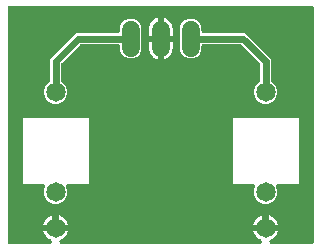
<source format=gtl>
G04 EAGLE Gerber RS-274X export*
G75*
%MOMM*%
%FSLAX34Y34*%
%LPD*%
%INTop Copper*%
%IPPOS*%
%AMOC8*
5,1,8,0,0,1.08239X$1,22.5*%
G01*
%ADD10C,1.524000*%
%ADD11C,1.650000*%
%ADD12C,0.609600*%

G36*
X45661Y10173D02*
X45661Y10173D01*
X45787Y10176D01*
X45861Y10193D01*
X45936Y10201D01*
X46057Y10238D01*
X46180Y10266D01*
X46249Y10297D01*
X46321Y10319D01*
X46432Y10379D01*
X46547Y10431D01*
X46609Y10475D01*
X46675Y10511D01*
X46772Y10591D01*
X46875Y10665D01*
X46926Y10720D01*
X46984Y10768D01*
X47063Y10867D01*
X47150Y10959D01*
X47189Y11023D01*
X47237Y11082D01*
X47295Y11194D01*
X47361Y11302D01*
X47387Y11373D01*
X47422Y11439D01*
X47457Y11561D01*
X47501Y11679D01*
X47513Y11754D01*
X47534Y11826D01*
X47544Y11952D01*
X47563Y12077D01*
X47560Y12152D01*
X47566Y12228D01*
X47552Y12353D01*
X47546Y12479D01*
X47528Y12553D01*
X47519Y12627D01*
X47480Y12747D01*
X47450Y12870D01*
X47418Y12938D01*
X47395Y13010D01*
X47333Y13120D01*
X47279Y13235D01*
X47234Y13295D01*
X47197Y13361D01*
X47114Y13456D01*
X47039Y13558D01*
X46983Y13608D01*
X46934Y13665D01*
X46834Y13743D01*
X46740Y13828D01*
X46665Y13874D01*
X46615Y13912D01*
X46550Y13945D01*
X46458Y14002D01*
X45144Y14671D01*
X43770Y15669D01*
X42569Y16870D01*
X41571Y18244D01*
X40800Y19758D01*
X40347Y21151D01*
X50082Y21151D01*
X50100Y21152D01*
X50117Y21151D01*
X50300Y21172D01*
X50482Y21191D01*
X50499Y21196D01*
X50517Y21198D01*
X50692Y21255D01*
X50792Y21286D01*
X50799Y21282D01*
X50977Y21234D01*
X51152Y21184D01*
X51170Y21182D01*
X51187Y21178D01*
X51518Y21151D01*
X61253Y21151D01*
X60800Y19758D01*
X60029Y18244D01*
X59031Y16870D01*
X57830Y15669D01*
X56456Y14671D01*
X55142Y14002D01*
X55036Y13934D01*
X54925Y13873D01*
X54867Y13825D01*
X54804Y13784D01*
X54713Y13697D01*
X54616Y13616D01*
X54568Y13557D01*
X54514Y13504D01*
X54443Y13400D01*
X54363Y13302D01*
X54329Y13235D01*
X54286Y13173D01*
X54236Y13056D01*
X54178Y12945D01*
X54157Y12872D01*
X54127Y12803D01*
X54101Y12679D01*
X54066Y12558D01*
X54060Y12483D01*
X54045Y12409D01*
X54044Y12282D01*
X54034Y12156D01*
X54042Y12081D01*
X54042Y12006D01*
X54066Y11882D01*
X54081Y11757D01*
X54104Y11685D01*
X54118Y11611D01*
X54166Y11494D01*
X54205Y11374D01*
X54242Y11308D01*
X54271Y11238D01*
X54341Y11133D01*
X54403Y11023D01*
X54453Y10966D01*
X54494Y10903D01*
X54584Y10814D01*
X54666Y10718D01*
X54726Y10672D01*
X54779Y10619D01*
X54885Y10549D01*
X54985Y10472D01*
X55052Y10438D01*
X55115Y10396D01*
X55232Y10349D01*
X55345Y10292D01*
X55418Y10273D01*
X55488Y10244D01*
X55612Y10221D01*
X55734Y10188D01*
X55821Y10181D01*
X55883Y10169D01*
X55957Y10170D01*
X56065Y10161D01*
X223335Y10161D01*
X223461Y10173D01*
X223587Y10176D01*
X223661Y10193D01*
X223736Y10201D01*
X223857Y10238D01*
X223980Y10266D01*
X224049Y10297D01*
X224121Y10319D01*
X224232Y10379D01*
X224347Y10431D01*
X224409Y10475D01*
X224475Y10511D01*
X224572Y10591D01*
X224675Y10665D01*
X224726Y10720D01*
X224784Y10768D01*
X224863Y10867D01*
X224950Y10959D01*
X224989Y11023D01*
X225037Y11082D01*
X225095Y11194D01*
X225161Y11302D01*
X225187Y11373D01*
X225222Y11439D01*
X225257Y11561D01*
X225301Y11679D01*
X225313Y11754D01*
X225334Y11826D01*
X225344Y11952D01*
X225363Y12077D01*
X225360Y12152D01*
X225366Y12228D01*
X225352Y12353D01*
X225346Y12479D01*
X225328Y12553D01*
X225319Y12627D01*
X225280Y12747D01*
X225250Y12870D01*
X225218Y12938D01*
X225195Y13010D01*
X225133Y13120D01*
X225079Y13235D01*
X225034Y13295D01*
X224997Y13361D01*
X224914Y13456D01*
X224839Y13558D01*
X224783Y13608D01*
X224734Y13665D01*
X224634Y13743D01*
X224540Y13828D01*
X224465Y13874D01*
X224415Y13912D01*
X224350Y13945D01*
X224258Y14002D01*
X222944Y14671D01*
X221570Y15669D01*
X220369Y16870D01*
X219371Y18244D01*
X218600Y19758D01*
X218147Y21151D01*
X227882Y21151D01*
X227900Y21152D01*
X227917Y21151D01*
X228100Y21172D01*
X228282Y21191D01*
X228299Y21196D01*
X228317Y21198D01*
X228492Y21255D01*
X228592Y21286D01*
X228599Y21282D01*
X228777Y21234D01*
X228952Y21184D01*
X228970Y21182D01*
X228987Y21178D01*
X229318Y21151D01*
X239053Y21151D01*
X238600Y19758D01*
X237829Y18244D01*
X236831Y16870D01*
X235630Y15669D01*
X234256Y14671D01*
X232942Y14002D01*
X232836Y13934D01*
X232725Y13873D01*
X232667Y13825D01*
X232604Y13784D01*
X232513Y13697D01*
X232416Y13616D01*
X232368Y13557D01*
X232314Y13504D01*
X232243Y13400D01*
X232163Y13302D01*
X232129Y13235D01*
X232086Y13173D01*
X232036Y13056D01*
X231978Y12945D01*
X231957Y12872D01*
X231927Y12803D01*
X231901Y12679D01*
X231866Y12558D01*
X231860Y12483D01*
X231845Y12409D01*
X231844Y12282D01*
X231834Y12156D01*
X231842Y12081D01*
X231842Y12006D01*
X231866Y11882D01*
X231881Y11757D01*
X231904Y11685D01*
X231918Y11611D01*
X231966Y11494D01*
X232005Y11374D01*
X232042Y11308D01*
X232071Y11238D01*
X232141Y11133D01*
X232203Y11023D01*
X232253Y10966D01*
X232294Y10903D01*
X232384Y10814D01*
X232466Y10718D01*
X232526Y10672D01*
X232579Y10619D01*
X232685Y10549D01*
X232785Y10472D01*
X232852Y10438D01*
X232915Y10396D01*
X233032Y10349D01*
X233145Y10292D01*
X233218Y10273D01*
X233288Y10244D01*
X233412Y10221D01*
X233534Y10188D01*
X233621Y10181D01*
X233683Y10169D01*
X233757Y10170D01*
X233865Y10161D01*
X267208Y10161D01*
X267226Y10163D01*
X267244Y10161D01*
X267426Y10182D01*
X267609Y10201D01*
X267626Y10206D01*
X267643Y10208D01*
X267818Y10265D01*
X267994Y10319D01*
X268009Y10327D01*
X268026Y10333D01*
X268186Y10423D01*
X268348Y10511D01*
X268361Y10522D01*
X268377Y10531D01*
X268516Y10651D01*
X268657Y10768D01*
X268668Y10782D01*
X268682Y10794D01*
X268794Y10939D01*
X268909Y11082D01*
X268917Y11098D01*
X268928Y11112D01*
X269010Y11277D01*
X269095Y11439D01*
X269100Y11456D01*
X269108Y11472D01*
X269155Y11651D01*
X269206Y11826D01*
X269208Y11844D01*
X269212Y11861D01*
X269239Y12192D01*
X269239Y210058D01*
X269237Y210076D01*
X269239Y210094D01*
X269218Y210276D01*
X269199Y210459D01*
X269194Y210476D01*
X269192Y210493D01*
X269135Y210668D01*
X269081Y210844D01*
X269073Y210859D01*
X269067Y210876D01*
X268977Y211036D01*
X268889Y211198D01*
X268878Y211211D01*
X268869Y211227D01*
X268749Y211366D01*
X268632Y211507D01*
X268618Y211518D01*
X268606Y211532D01*
X268461Y211644D01*
X268318Y211759D01*
X268302Y211767D01*
X268288Y211778D01*
X268123Y211860D01*
X267961Y211945D01*
X267944Y211950D01*
X267928Y211958D01*
X267749Y212005D01*
X267574Y212056D01*
X267556Y212058D01*
X267539Y212062D01*
X267208Y212089D01*
X12192Y212089D01*
X12174Y212087D01*
X12156Y212089D01*
X11974Y212068D01*
X11791Y212049D01*
X11774Y212044D01*
X11757Y212042D01*
X11582Y211985D01*
X11406Y211931D01*
X11391Y211923D01*
X11374Y211917D01*
X11214Y211827D01*
X11052Y211739D01*
X11039Y211728D01*
X11023Y211719D01*
X10884Y211599D01*
X10743Y211482D01*
X10732Y211468D01*
X10718Y211456D01*
X10606Y211311D01*
X10491Y211168D01*
X10483Y211152D01*
X10472Y211138D01*
X10390Y210973D01*
X10305Y210811D01*
X10300Y210794D01*
X10292Y210778D01*
X10245Y210599D01*
X10194Y210424D01*
X10192Y210406D01*
X10188Y210389D01*
X10161Y210058D01*
X10161Y12192D01*
X10163Y12174D01*
X10161Y12156D01*
X10182Y11974D01*
X10201Y11791D01*
X10206Y11774D01*
X10208Y11757D01*
X10265Y11582D01*
X10319Y11406D01*
X10327Y11391D01*
X10333Y11374D01*
X10423Y11214D01*
X10511Y11052D01*
X10522Y11039D01*
X10531Y11023D01*
X10651Y10884D01*
X10768Y10743D01*
X10782Y10732D01*
X10794Y10718D01*
X10939Y10606D01*
X11082Y10491D01*
X11098Y10483D01*
X11112Y10472D01*
X11277Y10390D01*
X11439Y10305D01*
X11456Y10300D01*
X11472Y10292D01*
X11651Y10245D01*
X11826Y10194D01*
X11844Y10192D01*
X11861Y10188D01*
X12192Y10161D01*
X45535Y10161D01*
X45661Y10173D01*
G37*
%LPC*%
G36*
X226656Y44125D02*
X226656Y44125D01*
X223063Y45613D01*
X220313Y48363D01*
X218825Y51956D01*
X218825Y55844D01*
X219756Y58091D01*
X219760Y58104D01*
X219766Y58115D01*
X219818Y58295D01*
X219872Y58476D01*
X219874Y58489D01*
X219877Y58502D01*
X219893Y58690D01*
X219910Y58877D01*
X219909Y58890D01*
X219910Y58904D01*
X219888Y59090D01*
X219869Y59277D01*
X219865Y59290D01*
X219863Y59303D01*
X219805Y59483D01*
X219749Y59662D01*
X219743Y59673D01*
X219738Y59686D01*
X219646Y59850D01*
X219556Y60015D01*
X219547Y60025D01*
X219540Y60037D01*
X219418Y60179D01*
X219296Y60323D01*
X219286Y60331D01*
X219277Y60342D01*
X219129Y60456D01*
X218982Y60574D01*
X218970Y60580D01*
X218959Y60588D01*
X218791Y60672D01*
X218624Y60758D01*
X218611Y60762D01*
X218599Y60768D01*
X218416Y60817D01*
X218236Y60868D01*
X218223Y60869D01*
X218210Y60872D01*
X217879Y60899D01*
X200600Y60899D01*
X200599Y60900D01*
X200599Y116900D01*
X200600Y116901D01*
X256600Y116901D01*
X256601Y116900D01*
X256601Y60900D01*
X256600Y60899D01*
X239321Y60899D01*
X239307Y60898D01*
X239294Y60899D01*
X239108Y60878D01*
X238920Y60859D01*
X238907Y60855D01*
X238894Y60854D01*
X238716Y60797D01*
X238535Y60741D01*
X238523Y60735D01*
X238511Y60731D01*
X238347Y60639D01*
X238181Y60549D01*
X238171Y60541D01*
X238159Y60534D01*
X238016Y60411D01*
X237872Y60292D01*
X237864Y60281D01*
X237853Y60273D01*
X237737Y60124D01*
X237620Y59978D01*
X237614Y59966D01*
X237605Y59956D01*
X237520Y59786D01*
X237434Y59621D01*
X237431Y59608D01*
X237424Y59596D01*
X237375Y59414D01*
X237323Y59234D01*
X237322Y59220D01*
X237318Y59207D01*
X237305Y59020D01*
X237290Y58832D01*
X237291Y58819D01*
X237291Y58806D01*
X237315Y58618D01*
X237337Y58433D01*
X237341Y58420D01*
X237343Y58407D01*
X237444Y58091D01*
X238375Y55844D01*
X238375Y51956D01*
X236887Y48363D01*
X234137Y45613D01*
X231531Y44534D01*
X230544Y44125D01*
X226656Y44125D01*
G37*
%LPD*%
%LPC*%
G36*
X48856Y44125D02*
X48856Y44125D01*
X45263Y45613D01*
X42513Y48363D01*
X41025Y51956D01*
X41025Y55844D01*
X41956Y58091D01*
X41960Y58104D01*
X41966Y58115D01*
X42018Y58295D01*
X42072Y58476D01*
X42074Y58489D01*
X42077Y58502D01*
X42093Y58690D01*
X42110Y58877D01*
X42109Y58890D01*
X42110Y58904D01*
X42088Y59090D01*
X42069Y59277D01*
X42065Y59290D01*
X42063Y59303D01*
X42005Y59483D01*
X41949Y59662D01*
X41943Y59673D01*
X41938Y59686D01*
X41846Y59850D01*
X41756Y60015D01*
X41747Y60025D01*
X41740Y60037D01*
X41618Y60179D01*
X41496Y60323D01*
X41486Y60331D01*
X41477Y60342D01*
X41329Y60456D01*
X41182Y60574D01*
X41170Y60580D01*
X41159Y60588D01*
X40991Y60672D01*
X40824Y60758D01*
X40811Y60762D01*
X40799Y60768D01*
X40616Y60817D01*
X40436Y60868D01*
X40423Y60869D01*
X40410Y60872D01*
X40079Y60899D01*
X22800Y60899D01*
X22799Y60900D01*
X22799Y116900D01*
X22800Y116901D01*
X78800Y116901D01*
X78801Y116900D01*
X78801Y60900D01*
X78800Y60899D01*
X61521Y60899D01*
X61507Y60898D01*
X61494Y60899D01*
X61308Y60878D01*
X61120Y60859D01*
X61107Y60855D01*
X61094Y60854D01*
X60916Y60797D01*
X60735Y60741D01*
X60723Y60735D01*
X60711Y60731D01*
X60547Y60639D01*
X60381Y60549D01*
X60371Y60541D01*
X60359Y60534D01*
X60216Y60411D01*
X60072Y60292D01*
X60064Y60281D01*
X60053Y60273D01*
X59937Y60124D01*
X59820Y59978D01*
X59814Y59966D01*
X59805Y59956D01*
X59720Y59786D01*
X59634Y59621D01*
X59631Y59608D01*
X59624Y59596D01*
X59575Y59414D01*
X59523Y59234D01*
X59522Y59220D01*
X59518Y59207D01*
X59505Y59020D01*
X59490Y58832D01*
X59491Y58819D01*
X59491Y58806D01*
X59515Y58618D01*
X59537Y58433D01*
X59541Y58420D01*
X59543Y58407D01*
X59644Y58091D01*
X60575Y55844D01*
X60575Y51956D01*
X59087Y48363D01*
X56337Y45613D01*
X53731Y44534D01*
X52744Y44125D01*
X48856Y44125D01*
G37*
%LPD*%
%LPC*%
G36*
X226656Y129125D02*
X226656Y129125D01*
X223063Y130613D01*
X220313Y133363D01*
X218825Y136956D01*
X218825Y140844D01*
X220313Y144437D01*
X223150Y147274D01*
X223165Y147282D01*
X223300Y147399D01*
X223438Y147513D01*
X223453Y147530D01*
X223470Y147545D01*
X223579Y147687D01*
X223692Y147826D01*
X223703Y147845D01*
X223716Y147863D01*
X223796Y148023D01*
X223879Y148182D01*
X223886Y148204D01*
X223896Y148224D01*
X223942Y148397D01*
X223992Y148568D01*
X223994Y148591D01*
X224000Y148613D01*
X224027Y148943D01*
X224027Y162365D01*
X224025Y162391D01*
X224027Y162418D01*
X224005Y162592D01*
X223987Y162765D01*
X223980Y162791D01*
X223976Y162817D01*
X223921Y162983D01*
X223869Y163150D01*
X223856Y163174D01*
X223848Y163199D01*
X223761Y163351D01*
X223677Y163504D01*
X223660Y163525D01*
X223647Y163548D01*
X223432Y163801D01*
X208251Y178982D01*
X208230Y178999D01*
X208213Y179020D01*
X208075Y179127D01*
X207939Y179237D01*
X207916Y179250D01*
X207895Y179266D01*
X207738Y179344D01*
X207584Y179426D01*
X207558Y179434D01*
X207534Y179446D01*
X207365Y179491D01*
X207198Y179541D01*
X207171Y179543D01*
X207145Y179550D01*
X206815Y179577D01*
X176276Y179577D01*
X176258Y179575D01*
X176240Y179577D01*
X176058Y179556D01*
X175875Y179537D01*
X175858Y179532D01*
X175841Y179530D01*
X175666Y179473D01*
X175490Y179419D01*
X175475Y179411D01*
X175458Y179405D01*
X175298Y179315D01*
X175136Y179227D01*
X175123Y179216D01*
X175107Y179207D01*
X174968Y179087D01*
X174827Y178970D01*
X174816Y178956D01*
X174802Y178944D01*
X174690Y178799D01*
X174575Y178656D01*
X174567Y178640D01*
X174556Y178626D01*
X174474Y178461D01*
X174389Y178299D01*
X174384Y178282D01*
X174376Y178266D01*
X174329Y178087D01*
X174278Y177912D01*
X174276Y177894D01*
X174272Y177877D01*
X174245Y177546D01*
X174245Y174711D01*
X172853Y171350D01*
X170280Y168777D01*
X166919Y167385D01*
X163281Y167385D01*
X159920Y168777D01*
X157347Y171350D01*
X155955Y174711D01*
X155955Y193589D01*
X157347Y196950D01*
X159920Y199523D01*
X163281Y200915D01*
X166919Y200915D01*
X170280Y199523D01*
X172853Y196950D01*
X174245Y193589D01*
X174245Y190754D01*
X174247Y190736D01*
X174245Y190718D01*
X174266Y190536D01*
X174285Y190353D01*
X174290Y190336D01*
X174292Y190319D01*
X174349Y190144D01*
X174403Y189968D01*
X174411Y189953D01*
X174417Y189936D01*
X174507Y189776D01*
X174595Y189614D01*
X174606Y189601D01*
X174615Y189585D01*
X174735Y189446D01*
X174852Y189305D01*
X174866Y189294D01*
X174878Y189280D01*
X175023Y189168D01*
X175166Y189053D01*
X175182Y189045D01*
X175196Y189034D01*
X175361Y188952D01*
X175523Y188867D01*
X175540Y188862D01*
X175556Y188854D01*
X175735Y188807D01*
X175910Y188756D01*
X175928Y188754D01*
X175945Y188750D01*
X176276Y188723D01*
X210460Y188723D01*
X212140Y188027D01*
X232477Y167690D01*
X233173Y166010D01*
X233173Y148943D01*
X233175Y148921D01*
X233173Y148898D01*
X233195Y148721D01*
X233213Y148543D01*
X233219Y148521D01*
X233222Y148499D01*
X233278Y148329D01*
X233331Y148158D01*
X233342Y148138D01*
X233349Y148117D01*
X233437Y147961D01*
X233523Y147804D01*
X233537Y147786D01*
X233548Y147767D01*
X233666Y147632D01*
X233780Y147494D01*
X233798Y147480D01*
X233813Y147463D01*
X233955Y147354D01*
X234030Y147294D01*
X236887Y144437D01*
X238375Y140844D01*
X238375Y136956D01*
X236887Y133363D01*
X234137Y130613D01*
X230544Y129125D01*
X226656Y129125D01*
G37*
%LPD*%
%LPC*%
G36*
X48856Y129125D02*
X48856Y129125D01*
X45263Y130613D01*
X42513Y133363D01*
X41025Y136956D01*
X41025Y140844D01*
X42513Y144437D01*
X45350Y147274D01*
X45365Y147282D01*
X45500Y147399D01*
X45638Y147513D01*
X45653Y147530D01*
X45670Y147545D01*
X45779Y147687D01*
X45892Y147826D01*
X45903Y147845D01*
X45916Y147863D01*
X45996Y148023D01*
X46079Y148182D01*
X46086Y148204D01*
X46096Y148224D01*
X46142Y148397D01*
X46192Y148568D01*
X46194Y148591D01*
X46200Y148613D01*
X46227Y148943D01*
X46227Y166010D01*
X46923Y167690D01*
X67260Y188027D01*
X68940Y188723D01*
X103124Y188723D01*
X103142Y188725D01*
X103160Y188723D01*
X103342Y188744D01*
X103525Y188763D01*
X103542Y188768D01*
X103559Y188770D01*
X103734Y188827D01*
X103910Y188881D01*
X103925Y188889D01*
X103942Y188895D01*
X104102Y188985D01*
X104264Y189073D01*
X104277Y189084D01*
X104293Y189093D01*
X104432Y189213D01*
X104573Y189330D01*
X104584Y189344D01*
X104598Y189356D01*
X104710Y189501D01*
X104825Y189644D01*
X104833Y189660D01*
X104844Y189674D01*
X104926Y189839D01*
X105011Y190001D01*
X105016Y190018D01*
X105024Y190034D01*
X105071Y190213D01*
X105122Y190388D01*
X105124Y190406D01*
X105128Y190423D01*
X105155Y190754D01*
X105155Y193589D01*
X106547Y196950D01*
X109120Y199523D01*
X112481Y200915D01*
X116119Y200915D01*
X119480Y199523D01*
X122053Y196950D01*
X123445Y193589D01*
X123445Y174711D01*
X122053Y171350D01*
X119480Y168777D01*
X116119Y167385D01*
X112481Y167385D01*
X109120Y168777D01*
X106547Y171350D01*
X105155Y174711D01*
X105155Y177546D01*
X105153Y177564D01*
X105155Y177582D01*
X105134Y177764D01*
X105115Y177947D01*
X105110Y177964D01*
X105108Y177981D01*
X105051Y178156D01*
X104997Y178332D01*
X104989Y178347D01*
X104983Y178364D01*
X104893Y178524D01*
X104805Y178686D01*
X104794Y178699D01*
X104785Y178715D01*
X104665Y178854D01*
X104548Y178995D01*
X104534Y179006D01*
X104522Y179020D01*
X104377Y179132D01*
X104234Y179247D01*
X104218Y179255D01*
X104204Y179266D01*
X104039Y179348D01*
X103877Y179433D01*
X103860Y179438D01*
X103844Y179446D01*
X103665Y179493D01*
X103490Y179544D01*
X103472Y179546D01*
X103455Y179550D01*
X103124Y179577D01*
X72585Y179577D01*
X72559Y179575D01*
X72532Y179577D01*
X72358Y179555D01*
X72185Y179537D01*
X72159Y179530D01*
X72133Y179526D01*
X71967Y179471D01*
X71800Y179419D01*
X71776Y179406D01*
X71751Y179398D01*
X71599Y179311D01*
X71446Y179227D01*
X71425Y179210D01*
X71402Y179197D01*
X71149Y178982D01*
X55968Y163801D01*
X55951Y163780D01*
X55930Y163763D01*
X55823Y163625D01*
X55713Y163489D01*
X55700Y163466D01*
X55684Y163445D01*
X55606Y163288D01*
X55524Y163134D01*
X55516Y163108D01*
X55504Y163084D01*
X55459Y162914D01*
X55409Y162748D01*
X55407Y162721D01*
X55400Y162695D01*
X55373Y162365D01*
X55373Y148943D01*
X55375Y148921D01*
X55373Y148898D01*
X55395Y148721D01*
X55413Y148543D01*
X55419Y148521D01*
X55422Y148499D01*
X55478Y148329D01*
X55531Y148158D01*
X55542Y148138D01*
X55549Y148117D01*
X55637Y147961D01*
X55723Y147804D01*
X55737Y147786D01*
X55748Y147767D01*
X55866Y147632D01*
X55980Y147494D01*
X55998Y147480D01*
X56013Y147463D01*
X56155Y147354D01*
X56230Y147294D01*
X59087Y144437D01*
X60575Y140844D01*
X60575Y136956D01*
X59087Y133363D01*
X56337Y130613D01*
X52744Y129125D01*
X48856Y129125D01*
G37*
%LPD*%
%LPC*%
G36*
X142239Y186689D02*
X142239Y186689D01*
X142239Y201629D01*
X143600Y201186D01*
X145025Y200460D01*
X146319Y199520D01*
X147450Y198389D01*
X148390Y197095D01*
X149116Y195670D01*
X149611Y194149D01*
X149861Y192570D01*
X149861Y186689D01*
X142239Y186689D01*
G37*
%LPD*%
%LPC*%
G36*
X142239Y181611D02*
X142239Y181611D01*
X149861Y181611D01*
X149861Y175730D01*
X149611Y174151D01*
X149116Y172630D01*
X148390Y171205D01*
X147450Y169911D01*
X146319Y168780D01*
X145025Y167840D01*
X143600Y167114D01*
X142239Y166671D01*
X142239Y181611D01*
G37*
%LPD*%
%LPC*%
G36*
X129539Y186689D02*
X129539Y186689D01*
X129539Y192570D01*
X129789Y194149D01*
X130284Y195670D01*
X131010Y197095D01*
X131950Y198389D01*
X133081Y199520D01*
X134375Y200460D01*
X135800Y201186D01*
X137161Y201629D01*
X137161Y186689D01*
X129539Y186689D01*
G37*
%LPD*%
%LPC*%
G36*
X135800Y167114D02*
X135800Y167114D01*
X134375Y167840D01*
X133081Y168780D01*
X131950Y169911D01*
X131010Y171205D01*
X130284Y172630D01*
X129789Y174151D01*
X129539Y175730D01*
X129539Y181611D01*
X137161Y181611D01*
X137161Y166671D01*
X135800Y167114D01*
G37*
%LPD*%
%LPC*%
G36*
X231349Y26649D02*
X231349Y26649D01*
X231349Y34353D01*
X232742Y33900D01*
X234256Y33129D01*
X235630Y32131D01*
X236831Y30930D01*
X237829Y29556D01*
X238600Y28042D01*
X239053Y26649D01*
X231349Y26649D01*
G37*
%LPD*%
%LPC*%
G36*
X53549Y26649D02*
X53549Y26649D01*
X53549Y34353D01*
X54942Y33900D01*
X56456Y33129D01*
X57830Y32131D01*
X59031Y30930D01*
X60029Y29556D01*
X60800Y28042D01*
X61253Y26649D01*
X53549Y26649D01*
G37*
%LPD*%
%LPC*%
G36*
X218147Y26649D02*
X218147Y26649D01*
X218600Y28042D01*
X219371Y29556D01*
X220369Y30930D01*
X221570Y32131D01*
X222944Y33129D01*
X224458Y33900D01*
X225851Y34353D01*
X225851Y26649D01*
X218147Y26649D01*
G37*
%LPD*%
%LPC*%
G36*
X40347Y26649D02*
X40347Y26649D01*
X40800Y28042D01*
X41571Y29556D01*
X42569Y30930D01*
X43770Y32131D01*
X45144Y33129D01*
X46658Y33900D01*
X48051Y34353D01*
X48051Y26649D01*
X40347Y26649D01*
G37*
%LPD*%
D10*
X165100Y191770D02*
X165100Y176530D01*
X139700Y176530D02*
X139700Y191770D01*
X114300Y191770D02*
X114300Y176530D01*
D11*
X50800Y138900D03*
X50800Y53900D03*
X50800Y23900D03*
X228600Y138900D03*
X228600Y53900D03*
X228600Y23900D03*
D12*
X114300Y184150D02*
X69850Y184150D01*
X50800Y165100D01*
X50800Y138900D01*
X228600Y138900D02*
X228600Y165100D01*
X209550Y184150D01*
X165100Y184150D01*
M02*

</source>
